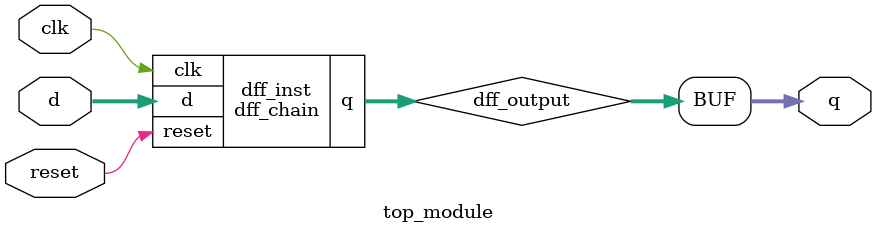
<source format=v>

module dff_chain (
    input clk,
    input reset,
    input [7:0] d,
    output [7:0] q
);

reg [7:0] q_temp;

always @(posedge clk) begin
    if (reset) begin
        q_temp <= 8'h34;
    end else begin
        q_temp <= {q_temp[6:0], d};
    end
end

assign q = q_temp;

endmodule
module top_module (
    input clk,
    input reset,
    input [7:0] d,
    output [7:0] q
);

wire [7:0] dff_output;

dff_chain dff_inst (
    .clk(clk),
    .reset(reset),
    .d(d),
    .q(dff_output)
);

assign q = dff_output;

endmodule
</source>
